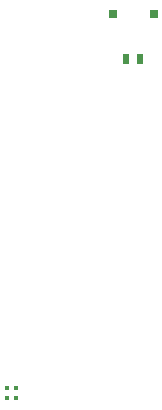
<source format=gtp>
G04 #@! TF.GenerationSoftware,KiCad,Pcbnew,9.0.3*
G04 #@! TF.CreationDate,2025-08-05T11:28:11+01:00*
G04 #@! TF.ProjectId,Badge ESC 2025,42616467-6520-4455-9343-20323032352e,rev?*
G04 #@! TF.SameCoordinates,Original*
G04 #@! TF.FileFunction,Paste,Top*
G04 #@! TF.FilePolarity,Positive*
%FSLAX46Y46*%
G04 Gerber Fmt 4.6, Leading zero omitted, Abs format (unit mm)*
G04 Created by KiCad (PCBNEW 9.0.3) date 2025-08-05 11:28:11*
%MOMM*%
%LPD*%
G01*
G04 APERTURE LIST*
%ADD10R,0.600000X0.850000*%
%ADD11R,0.700000X0.800000*%
%ADD12R,0.450000X0.450000*%
G04 APERTURE END LIST*
D10*
G04 #@! TO.C,CN1*
X147105000Y-110019000D03*
X145905000Y-110019000D03*
D11*
X148255000Y-106239000D03*
X144755000Y-106239000D03*
G04 #@! TD*
D12*
G04 #@! TO.C,LED43*
X136620000Y-137880000D03*
X136620000Y-138720000D03*
X135780000Y-137880000D03*
X135780000Y-138720000D03*
G04 #@! TD*
M02*

</source>
